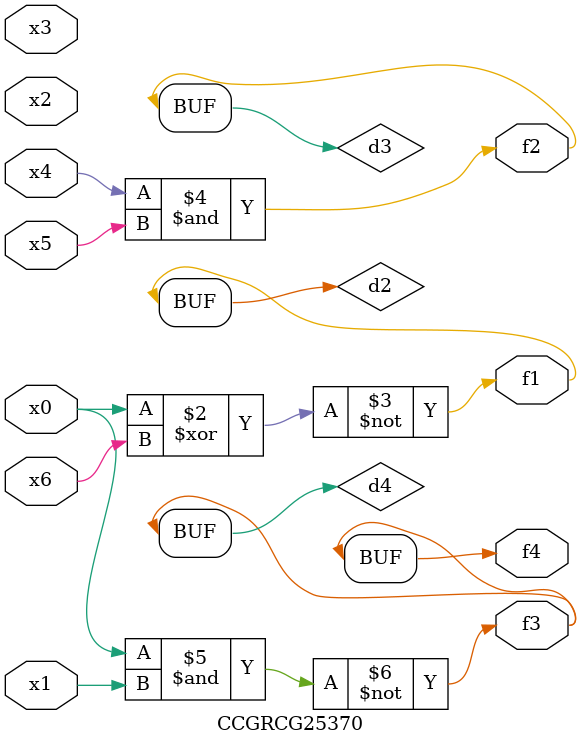
<source format=v>
module CCGRCG25370(
	input x0, x1, x2, x3, x4, x5, x6,
	output f1, f2, f3, f4
);

	wire d1, d2, d3, d4;

	nor (d1, x0);
	xnor (d2, x0, x6);
	and (d3, x4, x5);
	nand (d4, x0, x1);
	assign f1 = d2;
	assign f2 = d3;
	assign f3 = d4;
	assign f4 = d4;
endmodule

</source>
